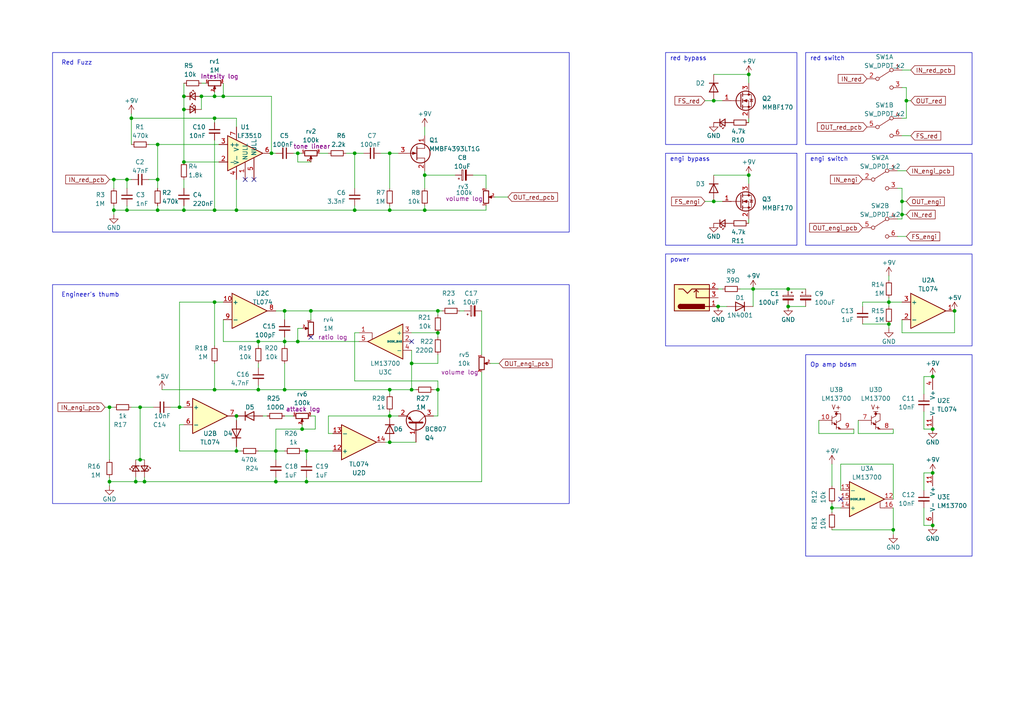
<source format=kicad_sch>
(kicad_sch (version 20230121) (generator eeschema)
  (paper "A4")
  (junction (at 52.07 118.11))
  (junction (at 74.93 113.03))
  (junction (at 113.03 113.03))
  (junction (at 31.75 118.11))
  (junction (at 38.1 34.29))
  (junction (at 217.17 50.8))
  (junction (at 119.38 113.03))
  (junction (at 127 96.52))
  (junction (at 261.62 58.42))
  (junction (at 127 90.17))
  (junction (at 270.51 109.22))
  (junction (at 33.02 52.07))
  (junction (at 113.03 44.45))
  (junction (at 68.58 120.65))
  (junction (at 90.17 90.17))
  (junction (at 62.23 27.94))
  (junction (at 127 113.03))
  (junction (at 45.72 41.91))
  (junction (at 62.23 87.63))
  (junction (at 261.62 62.23))
  (junction (at 62.23 34.29))
  (junction (at 218.44 83.82))
  (junction (at 276.86 90.17))
  (junction (at 123.19 60.96))
  (junction (at 113.03 60.96))
  (junction (at 41.91 139.7))
  (junction (at 53.34 60.96))
  (junction (at 33.02 60.96))
  (junction (at 80.01 139.7))
  (junction (at 241.3 147.32))
  (junction (at 74.93 99.06))
  (junction (at 82.55 99.06))
  (junction (at 62.23 60.96))
  (junction (at 270.51 137.16))
  (junction (at 53.34 31.75))
  (junction (at 102.87 60.96))
  (junction (at 86.36 99.06))
  (junction (at 119.38 105.41))
  (junction (at 39.37 139.7))
  (junction (at 53.34 46.99))
  (junction (at 40.64 118.11))
  (junction (at 207.01 29.21))
  (junction (at 123.19 50.8))
  (junction (at 113.03 128.27))
  (junction (at 208.28 88.9))
  (junction (at 36.83 52.07))
  (junction (at 36.83 60.96))
  (junction (at 228.6 88.9))
  (junction (at 207.01 58.42))
  (junction (at 62.23 113.03))
  (junction (at 45.72 60.96))
  (junction (at 64.77 27.94))
  (junction (at 68.58 130.81))
  (junction (at 270.51 124.46))
  (junction (at 87.63 124.46))
  (junction (at 259.08 153.67))
  (junction (at 40.64 133.35))
  (junction (at 257.81 87.63))
  (junction (at 53.34 27.94))
  (junction (at 228.6 83.82))
  (junction (at 88.9 139.7))
  (junction (at 113.03 120.65))
  (junction (at 68.58 60.96))
  (junction (at 88.9 130.81))
  (junction (at 102.87 44.45))
  (junction (at 217.17 21.59))
  (junction (at 86.36 44.45))
  (junction (at 80.01 130.81))
  (junction (at 78.74 44.45))
  (junction (at 45.72 52.07))
  (junction (at 257.81 93.98))
  (junction (at 82.55 113.03))
  (junction (at 270.51 152.4))
  (junction (at 31.75 139.7))
  (junction (at 82.55 90.17))
  (junction (at 262.89 29.21))
  (junction (at 58.42 27.94))
  (no_connect (at 90.17 97.79))
  (no_connect (at 73.66 52.07))
  (no_connect (at 71.12 52.07))
  (no_connect (at 243.84 144.78))
  (no_connect (at 119.38 99.06))
  (wire (pts (xy 233.68 88.9) (xy 228.6 88.9)))
  (wire (pts (xy 237.49 121.92) (xy 237.49 125.73)))
  (wire (pts (xy 31.75 118.11) (xy 31.75 133.35)))
  (wire (pts (xy 260.35 49.53) (xy 262.89 49.53)))
  (wire (pts (xy 33.02 52.07) (xy 33.02 54.61)))
  (wire (pts (xy 31.75 139.7) (xy 31.75 138.43)))
  (wire (pts (xy 78.74 44.45) (xy 80.01 44.45)))
  (wire (pts (xy 88.9 139.7) (xy 80.01 139.7)))
  (wire (pts (xy 127 90.17) (xy 90.17 90.17)))
  (wire (pts (xy 217.17 21.59) (xy 217.17 24.13)))
  (wire (pts (xy 82.55 90.17) (xy 80.01 90.17)))
  (wire (pts (xy 53.34 27.94) (xy 53.34 31.75)))
  (wire (pts (xy 74.93 105.41) (xy 74.93 106.68)))
  (wire (pts (xy 259.08 154.94) (xy 259.08 153.67)))
  (wire (pts (xy 53.34 24.13) (xy 53.34 27.94)))
  (wire (pts (xy 228.6 83.82) (xy 233.68 83.82)))
  (wire (pts (xy 74.93 111.76) (xy 74.93 113.03)))
  (wire (pts (xy 102.87 59.69) (xy 102.87 60.96)))
  (wire (pts (xy 119.38 113.03) (xy 120.65 113.03)))
  (wire (pts (xy 125.73 120.65) (xy 127 120.65)))
  (wire (pts (xy 95.25 125.73) (xy 96.52 125.73)))
  (wire (pts (xy 95.25 120.65) (xy 113.03 120.65)))
  (wire (pts (xy 241.3 146.05) (xy 241.3 147.32)))
  (wire (pts (xy 68.58 60.96) (xy 102.87 60.96)))
  (wire (pts (xy 53.34 60.96) (xy 53.34 59.69)))
  (wire (pts (xy 140.97 50.8) (xy 140.97 54.61)))
  (wire (pts (xy 241.3 147.32) (xy 241.3 148.59)))
  (wire (pts (xy 127 97.79) (xy 127 96.52)))
  (wire (pts (xy 123.19 50.8) (xy 123.19 54.61)))
  (wire (pts (xy 113.03 44.45) (xy 110.49 44.45)))
  (wire (pts (xy 91.44 120.65) (xy 91.44 124.46)))
  (wire (pts (xy 38.1 33.02) (xy 38.1 34.29)))
  (wire (pts (xy 127 120.65) (xy 127 113.03)))
  (wire (pts (xy 31.75 52.07) (xy 33.02 52.07)))
  (wire (pts (xy 92.71 44.45) (xy 95.25 44.45)))
  (wire (pts (xy 96.52 130.81) (xy 88.9 130.81)))
  (wire (pts (xy 62.23 34.29) (xy 38.1 34.29)))
  (wire (pts (xy 267.97 137.16) (xy 267.97 142.24)))
  (wire (pts (xy 87.63 124.46) (xy 80.01 124.46)))
  (wire (pts (xy 257.81 80.01) (xy 257.81 81.28)))
  (wire (pts (xy 123.19 60.96) (xy 140.97 60.96)))
  (wire (pts (xy 204.47 29.21) (xy 207.01 29.21)))
  (wire (pts (xy 207.01 58.42) (xy 209.55 58.42)))
  (wire (pts (xy 82.55 113.03) (xy 113.03 113.03)))
  (wire (pts (xy 41.91 139.7) (xy 80.01 139.7)))
  (wire (pts (xy 208.28 88.9) (xy 210.82 88.9)))
  (wire (pts (xy 33.02 60.96) (xy 33.02 62.23)))
  (wire (pts (xy 38.1 118.11) (xy 40.64 118.11)))
  (wire (pts (xy 102.87 96.52) (xy 102.87 110.49)))
  (wire (pts (xy 86.36 99.06) (xy 104.14 99.06)))
  (wire (pts (xy 49.53 118.11) (xy 52.07 118.11)))
  (wire (pts (xy 58.42 24.13) (xy 59.69 24.13)))
  (wire (pts (xy 257.81 87.63) (xy 257.81 88.9)))
  (wire (pts (xy 62.23 40.64) (xy 62.23 60.96)))
  (wire (pts (xy 102.87 44.45) (xy 102.87 54.61)))
  (wire (pts (xy 262.89 25.4) (xy 262.89 29.21)))
  (wire (pts (xy 113.03 60.96) (xy 113.03 59.69)))
  (wire (pts (xy 88.9 130.81) (xy 88.9 133.35)))
  (wire (pts (xy 43.18 41.91) (xy 45.72 41.91)))
  (wire (pts (xy 82.55 99.06) (xy 74.93 99.06)))
  (wire (pts (xy 218.44 83.82) (xy 218.44 88.9)))
  (wire (pts (xy 80.01 130.81) (xy 82.55 130.81)))
  (wire (pts (xy 62.23 35.56) (xy 62.23 34.29)))
  (wire (pts (xy 267.97 114.3) (xy 267.97 109.22)))
  (wire (pts (xy 241.3 134.62) (xy 241.3 140.97)))
  (wire (pts (xy 127 105.41) (xy 119.38 105.41)))
  (wire (pts (xy 262.89 68.58) (xy 260.35 68.58)))
  (wire (pts (xy 261.62 63.5) (xy 260.35 63.5)))
  (wire (pts (xy 68.58 121.92) (xy 68.58 120.65)))
  (wire (pts (xy 85.09 44.45) (xy 86.36 44.45)))
  (wire (pts (xy 62.23 60.96) (xy 68.58 60.96)))
  (wire (pts (xy 248.92 125.73) (xy 259.08 125.73)))
  (wire (pts (xy 39.37 133.35) (xy 40.64 133.35)))
  (wire (pts (xy 36.83 60.96) (xy 45.72 60.96)))
  (wire (pts (xy 64.77 99.06) (xy 64.77 92.71)))
  (wire (pts (xy 80.01 138.43) (xy 80.01 139.7)))
  (wire (pts (xy 262.89 62.23) (xy 261.62 62.23)))
  (wire (pts (xy 102.87 44.45) (xy 105.41 44.45)))
  (wire (pts (xy 260.35 54.61) (xy 261.62 54.61)))
  (wire (pts (xy 76.2 120.65) (xy 77.47 120.65)))
  (wire (pts (xy 250.19 87.63) (xy 250.19 88.9)))
  (wire (pts (xy 87.63 130.81) (xy 88.9 130.81)))
  (wire (pts (xy 123.19 49.53) (xy 123.19 50.8)))
  (wire (pts (xy 58.42 27.94) (xy 62.23 27.94)))
  (wire (pts (xy 80.01 133.35) (xy 80.01 130.81)))
  (wire (pts (xy 261.62 20.32) (xy 264.16 20.32)))
  (wire (pts (xy 31.75 118.11) (xy 33.02 118.11)))
  (wire (pts (xy 262.89 58.42) (xy 261.62 58.42)))
  (wire (pts (xy 144.78 105.41) (xy 142.24 105.41)))
  (wire (pts (xy 113.03 119.38) (xy 113.03 120.65)))
  (wire (pts (xy 247.65 125.73) (xy 247.65 124.46)))
  (wire (pts (xy 88.9 139.7) (xy 139.7 139.7)))
  (wire (pts (xy 100.33 44.45) (xy 102.87 44.45)))
  (wire (pts (xy 40.64 118.11) (xy 40.64 133.35)))
  (wire (pts (xy 88.9 138.43) (xy 88.9 139.7)))
  (wire (pts (xy 259.08 147.32) (xy 259.08 153.67)))
  (wire (pts (xy 36.83 59.69) (xy 36.83 60.96)))
  (wire (pts (xy 259.08 125.73) (xy 259.08 124.46)))
  (wire (pts (xy 82.55 90.17) (xy 90.17 90.17)))
  (wire (pts (xy 78.74 44.45) (xy 78.74 27.94)))
  (wire (pts (xy 119.38 105.41) (xy 119.38 113.03)))
  (wire (pts (xy 127 113.03) (xy 125.73 113.03)))
  (wire (pts (xy 248.92 121.92) (xy 248.92 125.73)))
  (wire (pts (xy 45.72 52.07) (xy 45.72 54.61)))
  (wire (pts (xy 68.58 36.83) (xy 68.58 34.29)))
  (wire (pts (xy 74.93 99.06) (xy 64.77 99.06)))
  (wire (pts (xy 209.55 83.82) (xy 208.28 83.82)))
  (wire (pts (xy 33.02 59.69) (xy 33.02 60.96)))
  (wire (pts (xy 68.58 52.07) (xy 68.58 60.96)))
  (wire (pts (xy 38.1 34.29) (xy 38.1 41.91)))
  (wire (pts (xy 111.76 128.27) (xy 113.03 128.27)))
  (wire (pts (xy 31.75 140.97) (xy 31.75 139.7)))
  (wire (pts (xy 261.62 25.4) (xy 262.89 25.4)))
  (wire (pts (xy 261.62 96.52) (xy 276.86 96.52)))
  (wire (pts (xy 52.07 87.63) (xy 62.23 87.63)))
  (wire (pts (xy 91.44 124.46) (xy 87.63 124.46)))
  (wire (pts (xy 62.23 87.63) (xy 62.23 100.33)))
  (wire (pts (xy 45.72 60.96) (xy 53.34 60.96)))
  (wire (pts (xy 82.55 99.06) (xy 82.55 100.33)))
  (wire (pts (xy 259.08 134.62) (xy 243.84 134.62)))
  (wire (pts (xy 68.58 129.54) (xy 68.58 130.81)))
  (wire (pts (xy 62.23 105.41) (xy 62.23 113.03)))
  (wire (pts (xy 214.63 83.82) (xy 218.44 83.82)))
  (wire (pts (xy 40.64 133.35) (xy 41.91 133.35)))
  (wire (pts (xy 82.55 105.41) (xy 82.55 113.03)))
  (wire (pts (xy 139.7 107.95) (xy 139.7 139.7)))
  (wire (pts (xy 33.02 60.96) (xy 36.83 60.96)))
  (wire (pts (xy 259.08 144.78) (xy 259.08 134.62)))
  (wire (pts (xy 261.62 62.23) (xy 261.62 63.5)))
  (wire (pts (xy 80.01 124.46) (xy 80.01 130.81)))
  (wire (pts (xy 243.84 134.62) (xy 243.84 142.24)))
  (wire (pts (xy 113.03 128.27) (xy 120.65 128.27)))
  (wire (pts (xy 53.34 46.99) (xy 63.5 46.99)))
  (wire (pts (xy 217.17 35.56) (xy 217.17 34.29)))
  (wire (pts (xy 207.01 21.59) (xy 217.17 21.59)))
  (wire (pts (xy 123.19 60.96) (xy 113.03 60.96)))
  (wire (pts (xy 39.37 138.43) (xy 39.37 139.7)))
  (wire (pts (xy 123.19 50.8) (xy 132.08 50.8)))
  (wire (pts (xy 113.03 120.65) (xy 115.57 120.65)))
  (wire (pts (xy 264.16 29.21) (xy 262.89 29.21)))
  (wire (pts (xy 267.97 124.46) (xy 270.51 124.46)))
  (wire (pts (xy 257.81 86.36) (xy 257.81 87.63)))
  (wire (pts (xy 74.93 99.06) (xy 74.93 100.33)))
  (wire (pts (xy 45.72 41.91) (xy 45.72 52.07)))
  (wire (pts (xy 74.93 113.03) (xy 82.55 113.03)))
  (wire (pts (xy 68.58 130.81) (xy 52.07 130.81)))
  (wire (pts (xy 241.3 153.67) (xy 259.08 153.67)))
  (wire (pts (xy 52.07 118.11) (xy 53.34 118.11)))
  (wire (pts (xy 113.03 54.61) (xy 113.03 44.45)))
  (wire (pts (xy 40.64 118.11) (xy 44.45 118.11)))
  (wire (pts (xy 113.03 113.03) (xy 119.38 113.03)))
  (wire (pts (xy 257.81 87.63) (xy 250.19 87.63)))
  (wire (pts (xy 241.3 147.32) (xy 243.84 147.32)))
  (wire (pts (xy 52.07 123.19) (xy 52.07 130.81)))
  (wire (pts (xy 119.38 101.6) (xy 119.38 105.41)))
  (wire (pts (xy 46.99 113.03) (xy 62.23 113.03)))
  (wire (pts (xy 139.7 90.17) (xy 139.7 102.87)))
  (wire (pts (xy 217.17 64.77) (xy 217.17 63.5)))
  (wire (pts (xy 53.34 52.07) (xy 53.34 54.61)))
  (wire (pts (xy 261.62 58.42) (xy 261.62 62.23)))
  (wire (pts (xy 64.77 27.94) (xy 64.77 24.13)))
  (wire (pts (xy 95.25 120.65) (xy 95.25 125.73)))
  (wire (pts (xy 207.01 50.8) (xy 217.17 50.8)))
  (wire (pts (xy 204.47 58.42) (xy 207.01 58.42)))
  (wire (pts (xy 87.63 123.19) (xy 87.63 124.46)))
  (wire (pts (xy 86.36 99.06) (xy 86.36 95.25)))
  (wire (pts (xy 36.83 52.07) (xy 33.02 52.07)))
  (wire (pts (xy 217.17 50.8) (xy 217.17 53.34)))
  (wire (pts (xy 62.23 87.63) (xy 64.77 87.63)))
  (wire (pts (xy 276.86 96.52) (xy 276.86 90.17)))
  (wire (pts (xy 52.07 123.19) (xy 53.34 123.19)))
  (wire (pts (xy 102.87 110.49) (xy 127 110.49)))
  (wire (pts (xy 113.03 113.03) (xy 113.03 114.3)))
  (wire (pts (xy 38.1 52.07) (xy 36.83 52.07)))
  (wire (pts (xy 261.62 54.61) (xy 261.62 58.42)))
  (wire (pts (xy 147.32 57.15) (xy 143.51 57.15)))
  (wire (pts (xy 267.97 152.4) (xy 270.51 152.4)))
  (wire (pts (xy 140.97 59.69) (xy 140.97 60.96)))
  (wire (pts (xy 127 91.44) (xy 127 90.17)))
  (wire (pts (xy 250.19 93.98) (xy 257.81 93.98)))
  (wire (pts (xy 218.44 83.82) (xy 228.6 83.82)))
  (wire (pts (xy 31.75 139.7) (xy 39.37 139.7)))
  (wire (pts (xy 53.34 31.75) (xy 53.34 46.99)))
  (wire (pts (xy 113.03 44.45) (xy 115.57 44.45)))
  (wire (pts (xy 45.72 59.69) (xy 45.72 60.96)))
  (wire (pts (xy 82.55 99.06) (xy 86.36 99.06)))
  (wire (pts (xy 127 102.87) (xy 127 105.41)))
  (wire (pts (xy 43.18 52.07) (xy 45.72 52.07)))
  (wire (pts (xy 68.58 34.29) (xy 62.23 34.29)))
  (wire (pts (xy 45.72 41.91) (xy 63.5 41.91)))
  (wire (pts (xy 62.23 26.67) (xy 62.23 27.94)))
  (wire (pts (xy 78.74 27.94) (xy 64.77 27.94)))
  (wire (pts (xy 82.55 97.79) (xy 82.55 99.06)))
  (wire (pts (xy 82.55 92.71) (xy 82.55 90.17)))
  (wire (pts (xy 90.17 92.71) (xy 90.17 90.17)))
  (wire (pts (xy 123.19 36.83) (xy 123.19 39.37)))
  (wire (pts (xy 257.81 93.98) (xy 257.81 95.25)))
  (wire (pts (xy 264.16 39.37) (xy 261.62 39.37)))
  (wire (pts (xy 270.51 137.16) (xy 267.97 137.16)))
  (wire (pts (xy 90.17 120.65) (xy 91.44 120.65)))
  (wire (pts (xy 237.49 125.73) (xy 247.65 125.73)))
  (wire (pts (xy 207.01 29.21) (xy 209.55 29.21)))
  (wire (pts (xy 86.36 44.45) (xy 87.63 44.45)))
  (wire (pts (xy 134.62 90.17) (xy 133.35 90.17)))
  (wire (pts (xy 62.23 27.94) (xy 64.77 27.94)))
  (wire (pts (xy 62.23 113.03) (xy 74.93 113.03)))
  (wire (pts (xy 31.75 118.11) (xy 30.48 118.11)))
  (wire (pts (xy 262.89 29.21) (xy 262.89 34.29)))
  (wire (pts (xy 267.97 109.22) (xy 270.51 109.22)))
  (wire (pts (xy 123.19 59.69) (xy 123.19 60.96)))
  (wire (pts (xy 102.87 60.96) (xy 113.03 60.96)))
  (wire (pts (xy 58.42 27.94) (xy 58.42 31.75)))
  (wire (pts (xy 87.63 95.25) (xy 86.36 95.25)))
  (wire (pts (xy 53.34 60.96) (xy 62.23 60.96)))
  (wire (pts (xy 41.91 138.43) (xy 41.91 139.7)))
  (wire (pts (xy 261.62 87.63) (xy 257.81 87.63)))
  (wire (pts (xy 127 96.52) (xy 119.38 96.52)))
  (wire (pts (xy 52.07 87.63) (xy 52.07 118.11)))
  (wire (pts (xy 104.14 96.52) (xy 102.87 96.52)))
  (wire (pts (xy 39.37 139.7) (xy 41.91 139.7)))
  (wire (pts (xy 69.85 130.81) (xy 68.58 130.81)))
  (wire (pts (xy 74.93 130.81) (xy 80.01 130.81)))
  (wire (pts (xy 82.55 120.65) (xy 85.09 120.65)))
  (wire (pts (xy 137.16 50.8) (xy 140.97 50.8)))
  (wire (pts (xy 90.17 46.99) (xy 86.36 46.99)))
  (wire (pts (xy 128.27 90.17) (xy 127 90.17)))
  (wire (pts (xy 86.36 46.99) (xy 86.36 44.45)))
  (wire (pts (xy 267.97 119.38) (xy 267.97 124.46)))
  (wire (pts (xy 267.97 147.32) (xy 267.97 152.4)))
  (wire (pts (xy 261.62 92.71) (xy 261.62 96.52)))
  (wire (pts (xy 262.89 34.29) (xy 261.62 34.29)))
  (wire (pts (xy 36.83 52.07) (xy 36.83 54.61)))
  (wire (pts (xy 127 110.49) (xy 127 113.03)))
  (rectangle (start 233.68 102.87) (end 281.94 161.29))
  (rectangle (start 193.04 15.24) (end 231.14 41.91))
  (rectangle (start 233.68 15.24) (end 281.94 41.91))
  (rectangle (start 193.04 44.45) (end 231.14 71.12))
  (rectangle (start 193.04 73.66) (end 281.94 100.33))
  (rectangle (start 15.24 82.55) (end 165.1 146.05))
  (rectangle (start 15.24 15.24) (end 165.1 67.31))
  (rectangle (start 233.68 44.45) (end 281.94 71.12))
  (text "red bypass\n" (at 194.31 17.78 0) (effects (font (size 1.27 1.27)) (justify left bottom)))
  (text "Op amp bdsm" (at 234.95 106.68 0) (effects (font (size 1.27 1.27)) (justify left bottom)))
  (text "engi switch" (at 234.95 46.99 0) (effects (font (size 1.27 1.27)) (justify left bottom)))
  (text "Red Fuzz" (at 17.78 19.05 0) (effects (font (size 1.27 1.27)) (justify left bottom)))
  (text "power" (at 194.31 76.2 0) (effects (font (size 1.27 1.27)) (justify left bottom)))
  (text "Engineer's thumb" (at 17.78 86.36 0) (effects (font (size 1.27 1.27)) (justify left bottom)))
  (text "engi bypass\n" (at 194.31 46.99 0) (effects (font (size 1.27 1.27)) (justify left bottom)))
  (text "red switch" (at 234.95 17.78 0) (effects (font (size 1.27 1.27)) (justify left bottom)))
  (global_label "OUT_red_pcb" (shape input) (at 251.46 36.83 180) (property "Intersheetrefs" "${INTERSHEET_REFS}" (effects hide)))
  (global_label "IN_engi_pcb" (shape input) (at 262.89 49.53 0) (property "Intersheetrefs" "${INTERSHEET_REFS}" (effects hide)))
  (global_label "FS_engi" (shape input) (at 204.47 58.42 180) (property "Intersheetrefs" "${INTERSHEET_REFS}" (effects hide)))
  (global_label "FS_red" (shape input) (at 204.47 29.21 180) (property "Intersheetrefs" "${INTERSHEET_REFS}" (effects hide)))
  (global_label "OUT_red_pcb" (shape input) (at 147.32 57.15 0) (property "Intersheetrefs" "${INTERSHEET_REFS}" (effects hide)))
  (global_label "OUT_engi_pcb" (shape input) (at 144.78 105.41 0) (property "Intersheetrefs" "${INTERSHEET_REFS}" (effects hide)))
  (global_label "IN_red_pcb" (shape input) (at 31.75 52.07 180) (property "Intersheetrefs" "${INTERSHEET_REFS}" (effects hide)))
  (global_label "OUT_red" (shape input) (at 264.16 29.21 0) (property "Intersheetrefs" "${INTERSHEET_REFS}" (effects hide)))
  (global_label "IN_engi_pcb" (shape input) (at 30.48 118.11 180) (property "Intersheetrefs" "${INTERSHEET_REFS}" (effects hide)))
  (global_label "IN_red_pcb" (shape input) (at 264.16 20.32 0) (property "Intersheetrefs" "${INTERSHEET_REFS}" (effects hide)))
  (global_label "OUT_engi_pcb" (shape input) (at 250.19 66.04 180) (property "Intersheetrefs" "${INTERSHEET_REFS}" (effects hide)))
  (global_label "IN_engi" (shape input) (at 250.19 52.07 180) (property "Intersheetrefs" "${INTERSHEET_REFS}" (effects hide)))
  (global_label "IN_red" (shape input) (at 262.89 62.23 0) (property "Intersheetrefs" "${INTERSHEET_REFS}" (effects hide)))
  (global_label "FS_engi" (shape input) (at 262.89 68.58 0) (property "Intersheetrefs" "${INTERSHEET_REFS}" (effects hide)))
  (global_label "OUT_engi" (shape input) (at 262.89 58.42 0) (property "Intersheetrefs" "${INTERSHEET_REFS}" (effects hide)))
  (global_label "IN_red" (shape input) (at 251.46 22.86 180) (property "Intersheetrefs" "${INTERSHEET_REFS}" (effects hide)))
  (global_label "FS_red" (shape input) (at 264.16 39.37 0) (property "Intersheetrefs" "${INTERSHEET_REFS}" (effects hide)))
  (symbol (lib_id "Device:C_Small") (at 62.23 38.1 0) (mirror y) (unit 1)
    (property "Reference" "C10" (at 59.69 36.83 0) (effects (justify left)))
    (property "Value" "10nF" (at 59.69 39.37 0) (effects (justify left)))
    (property "Footprint" "Capacitor_SMD:C_0805_2012Metric_Pad1.18x1.45mm_HandSolder" (effects hide))
  )
  (symbol (lib_id "power:GND") (at 33.02 62.23 0) (unit 1)
    (property "Reference" "#PWR02" (effects hide))
    (property "Value" "GND" (at 33.02 66.04 0))
  )
  (symbol (lib_id "Transistor_BJT:BC807") (at 120.65 123.19 270) (mirror x) (unit 1)
    (property "Reference" "Q4" (at 123.19 127 90) (effects (justify left)))
    (property "Value" "BC807" (at 123.19 124.46 90) (effects (justify left)))
    (property "Footprint" "Package_TO_SOT_SMD:SOT-23" (effects hide))
    (property "Datasheet" "https://www.onsemi.com/pub/Collateral/BC808-D.pdf" (effects hide))
  )
  (symbol (lib_id "power:+9V") (at 217.17 21.59 0) (unit 1)
    (property "Reference" "#PWR04" (effects hide))
    (property "Value" "+9V" (at 217.17 17.78 0))
  )
  (symbol (lib_id "power:GND") (at 207.01 64.77 0) (unit 1)
    (property "Reference" "#PWR09" (effects hide))
    (property "Value" "GND" (at 207.01 68.58 0))
  )
  (symbol (lib_id "Device:R_Small") (at 72.39 130.81 270) (mirror x) (unit 1)
    (property "Reference" "R24" (at 71.12 135.89 90) (effects (justify left)))
    (property "Value" "470k" (at 69.85 133.35 90) (effects (justify left)))
    (property "Footprint" "Resistor_SMD:R_0805_2012Metric_Pad1.20x1.40mm_HandSolder" (effects hide))
  )
  (symbol (lib_id "Diode:1N4148W") (at 207.01 25.4 90) (mirror x) (unit 1)
    (property "Reference" "D2" (at 204.47 24.13 90) (effects (justify left)))
    (property "Value" "1N4148W" (effects hide))
    (property "Footprint" "Diode_SMD:D_SOD-123" (effects hide))
    (property "Datasheet" "https://www.vishay.com/docs/85748/1n4148w.pdf" (effects hide))
    (property "Sim.Device" "D" (effects hide))
    (property "Sim.Pins" "1=K 2=A" (effects hide))
  )
  (symbol (lib_id "Device:R_Small") (at 212.09 83.82 90) (mirror x) (unit 1)
    (property "Reference" "R9" (at 213.36 78.74 90) (effects (justify left)))
    (property "Value" "39Ω" (at 214.63 81.28 90) (effects (justify left)))
    (property "Footprint" "Resistor_SMD:R_1206_3216Metric_Pad1.30x1.75mm_HandSolder" (effects hide))
  )
  (symbol (lib_id "Switch:SW_DPDT_x2") (at 256.54 22.86 0) (unit 1)
    (property "Reference" "SW1" (at 256.54 16.51 0))
    (property "Value" "SW_DPDT_x2" (at 256.54 19.05 0))
  )
  (symbol (lib_id "Device:R_Small") (at 62.23 102.87 180) (unit 1)
    (property "Reference" "R18" (at 60.325 100.965 0) (effects (justify left)))
    (property "Value" "1M" (at 60.325 103.505 0) (effects (justify left)))
    (property "Footprint" "Resistor_SMD:R_0805_2012Metric_Pad1.20x1.40mm_HandSolder" (effects hide))
  )
  (symbol (lib_id "Diode:1N4148W") (at 113.03 124.46 90) (mirror x) (unit 1)
    (property "Reference" "D6" (at 116.84 124.46 90) (effects (justify left)))
    (property "Value" "1N4148W" (effects hide))
    (property "Footprint" "Diode_SMD:D_SOD-123" (effects hide))
    (property "Datasheet" "https://www.vishay.com/docs/85748/1n4148w.pdf" (effects hide))
    (property "Sim.Device" "D" (effects hide))
    (property "Sim.Pins" "1=K 2=A" (effects hide))
  )
  (symbol (lib_id "Device:C_Polarized_Small") (at 233.68 86.36 0) (unit 1)
    (property "Reference" "C9" (at 236.22 85.1789 0) (effects (justify left)))
    (property "Value" "100uF" (at 236.22 87.7189 0) (effects (justify left)))
    (property "Footprint" "Capacitor_SMD:CP_Elec_6.3x5.4" (effects hide))
  )
  (symbol (lib_id "Device:LED_Small") (at 39.37 135.89 90) (mirror x) (unit 1)
    (property "Reference" "LED5" (effects hide))
    (property "Value" "LED_Small" (effects hide))
    (property "Footprint" "LED_SMD:LED_1206_3216Metric_Pad1.42x1.75mm_HandSolder" (effects hide))
    (property "Datasheet" "C2827254" (effects hide))
  )
  (symbol (lib_id "power:GND") (at 259.08 154.94 0) (unit 1)
    (property "Reference" "#PWR015" (effects hide))
    (property "Value" "GND" (at 259.08 158.75 0))
  )
  (symbol (lib_id "power:GND") (at 257.81 95.25 0) (unit 1)
    (property "Reference" "#PWR019" (effects hide))
    (property "Value" "GND" (at 257.81 99.06 0))
  )
  (symbol (lib_id "Device:C_Small") (at 53.34 57.15 0) (unit 1)
    (property "Reference" "C4" (at 55.88 56.5213 0) (effects (justify left)))
    (property "Value" "220nF" (at 55.88 59.0613 0) (effects (justify left)))
    (property "Footprint" "Capacitor_SMD:C_0805_2012Metric_Pad1.18x1.45mm_HandSolder" (effects hide))
  )
  (symbol (lib_id "Diode:1N4148W") (at 207.01 54.61 90) (mirror x) (unit 1)
    (property "Reference" "D3" (at 204.47 53.34 90) (effects (justify left)))
    (property "Value" "1N4148W" (effects hide))
    (property "Footprint" "Diode_SMD:D_SOD-123" (effects hide))
    (property "Datasheet" "https://www.vishay.com/docs/85748/1n4148w.pdf" (effects hide))
    (property "Sim.Device" "D" (effects hide))
    (property "Sim.Pins" "1=K 2=A" (effects hide))
  )
  (symbol (lib_id "Amplifier_Operational:LM13700") (at 256.54 121.92 0) (unit 4)
    (property "Reference" "U3" (at 254 113.03 0))
    (property "Value" "LM13700" (at 254 115.57 0))
    (property "Footprint" "Package_SO:SOP-16_3.9x9.9mm_P1.27mm" (effects hide))
    (property "Datasheet" "http://www.ti.com/lit/ds/symlink/lm13700.pdf" (effects hide))
  )
  (symbol (lib_id "Device:C_Small") (at 82.55 44.45 270) (unit 1)
    (property "Reference" "C5" (at 83.82 39.37 90) (effects (justify right)))
    (property "Value" "100nF" (at 85.09 41.91 90) (effects (justify right)))
    (property "Footprint" "Capacitor_SMD:C_0805_2012Metric_Pad1.18x1.45mm_HandSolder" (effects hide))
  )
  (symbol (lib_id "power:+9V") (at 241.3 134.62 0) (unit 1)
    (property "Reference" "#PWR016" (effects hide))
    (property "Value" "+9V" (at 241.3 130.81 0))
  )
  (symbol (lib_id "Amplifier_Operational:TL074") (at 60.96 120.65 0) (unit 2)
    (property "Reference" "U2" (at 60.96 125.73 0))
    (property "Value" "TL074" (at 60.96 128.27 0))
    (property "Footprint" "Package_SO:SO-14_3.9x8.65mm_P1.27mm" (effects hide))
    (property "Datasheet" "http://www.ti.com/lit/ds/symlink/tl071.pdf" (effects hide))
  )
  (symbol (lib_id "power:GND") (at 208.28 88.9 0) (unit 1)
    (property "Reference" "#PWR05" (effects hide))
    (property "Value" "GND" (at 208.28 92.71 0))
  )
  (symbol (lib_id "Device:R_Small") (at 35.56 118.11 90) (unit 1)
    (property "Reference" "R17" (at 36.83 123.19 90) (effects (justify left)))
    (property "Value" "1k" (at 36.83 120.65 90) (effects (justify left)))
    (property "Footprint" "Resistor_SMD:R_0805_2012Metric_Pad1.20x1.40mm_HandSolder" (effects hide))
  )
  (symbol (lib_id "Device:R_Small") (at 80.01 120.65 90) (mirror x) (unit 1)
    (property "Reference" "R25" (at 81.28 115.57 90) (effects (justify left)))
    (property "Value" "100Ω" (at 82.55 118.11 90) (effects (justify left)))
    (property "Footprint" "Resistor_SMD:R_1206_3216Metric_Pad1.30x1.75mm_HandSolder" (effects hide))
  )
  (symbol (lib_id "Diode:1N4148W") (at 68.58 125.73 270) (mirror x) (unit 1)
    (property "Reference" "D4" (at 64.77 125.73 90) (effects (justify left)))
    (property "Value" "1N4148W" (effects hide))
    (property "Footprint" "Diode_SMD:D_SOD-123" (effects hide))
    (property "Datasheet" "https://www.vishay.com/docs/85748/1n4148w.pdf" (effects hide))
    (property "Sim.Device" "D" (effects hide))
    (property "Sim.Pins" "1=K 2=A" (effects hide))
  )
  (symbol (lib_id "Connector:Barrel_Jack_Switch") (at 200.66 86.36 0) (mirror x) (unit 1)
    (property "Reference" "J1" (effects hide))
    (property "Value" "Barrel_Jack_Switch" (effects hide))
    (property "Footprint" "Connector_BarrelJack:BarrelJack_Horizontal" (effects hide))
  )
  (symbol (lib_id "Device:R_Small") (at 74.93 102.87 180) (unit 1)
    (property "Reference" "R19" (at 73.025 100.965 0) (effects (justify left)))
    (property "Value" "10k" (at 73.025 103.505 0) (effects (justify left)))
    (property "Footprint" "Resistor_SMD:R_0805_2012Metric_Pad1.20x1.40mm_HandSolder" (effects hide))
  )
  (symbol (lib_id "Device:C_Polarized_Small") (at 134.62 50.8 90) (unit 1)
    (property "Reference" "C8" (at 134.0739 45.72 90))
    (property "Value" "10uF" (at 134.0739 48.26 90))
    (property "Footprint" "Capacitor_SMD:CP_Elec_4x5.4" (effects hide))
  )
  (symbol (lib_id "Device:C_Small") (at 267.97 144.78 0) (mirror y) (unit 1)
    (property "Reference" "C12" (at 265.43 143.51 0) (effects (justify left)))
    (property "Value" "10nF" (at 265.43 146.05 0) (effects (justify left)))
    (property "Footprint" "Capacitor_SMD:C_0805_2012Metric_Pad1.18x1.45mm_HandSolder" (effects hide))
  )
  (symbol (lib_id "Device:R_Potentiometer_Small") (at 62.23 24.13 90) (mirror x) (unit 1)
    (property "Reference" "rv1" (at 62.23 17.78 90))
    (property "Value" "1M" (at 62.23 20.32 90))
    (property "Kenttä4" "Intesity log" (at 63.6855 22.1357 90))
  )
  (symbol (lib_id "power:+9V") (at 270.51 109.22 0) (unit 1)
    (property "Reference" "#PWR013" (effects hide))
    (property "Value" "+9V" (at 270.51 105.41 0))
  )
  (symbol (lib_id "Amplifier_Operational:TL074") (at 273.05 116.84 0) (unit 5)
    (property "Reference" "U2" (at 271.78 116.205 0) (effects (justify left)))
    (property "Value" "TL074" (at 271.78 118.745 0) (effects (justify left)))
    (property "Footprint" "Package_SO:SO-14_3.9x8.65mm_P1.27mm" (effects hide))
    (property "Datasheet" "http://www.ti.com/lit/ds/symlink/tl071.pdf" (effects hide))
  )
  (symbol (lib_id "Device:R_Small") (at 82.55 102.87 180) (unit 1)
    (property "Reference" "R20" (at 80.645 100.965 0) (effects (justify left)))
    (property "Value" "10k" (at 80.645 103.505 0) (effects (justify left)))
    (property "Footprint" "Resistor_SMD:R_0805_2012Metric_Pad1.20x1.40mm_HandSolder" (effects hide))
  )
  (symbol (lib_id "power:+9V") (at 218.44 83.82 0) (unit 1)
    (property "Reference" "#PWR06" (effects hide))
    (property "Value" "+9V" (at 218.44 80.01 0))
  )
  (symbol (lib_id "Device:R_Potentiometer_Small") (at 140.97 57.15 0) (mirror x) (unit 1)
    (property "Reference" "rv3" (at 134.3534 54.1297 0))
    (property "Value" "100k" (at 134.62 55.88 0))
    (property "Kenttä4" "volume log" (at 134.6359 57.6197 0))
  )
  (symbol (lib_id "power:GND") (at 31.75 140.97 0) (unit 1)
    (property "Reference" "#PWR021" (effects hide))
    (property "Value" "GND" (at 31.75 144.78 0))
  )
  (symbol (lib_id "Amplifier_Operational:LF351D") (at 71.12 44.45 0) (unit 1)
    (property "Reference" "U1" (at 71.12 36.83 0))
    (property "Value" "LF351D" (at 72.39 39.37 0))
    (property "Footprint" "Package_SO:SO-8_3.9x4.9mm_P1.27mm" (effects hide))
    (property "Datasheet" "https://www.st.com/resource/en/datasheet/lf351.pdf" (effects hide))
  )
  (symbol (lib_id "Device:R_Small") (at 257.81 91.44 0) (mirror y) (unit 1)
    (property "Reference" "R15" (at 256.54 90.17 0) (effects (justify left)))
    (property "Value" "1M" (at 256.54 92.71 0) (effects (justify left)))
    (property "Footprint" "Resistor_SMD:R_0805_2012Metric_Pad1.20x1.40mm_HandSolder" (effects hide))
  )
  (symbol (lib_id "Amplifier_Operational:LM13700") (at 111.76 99.06 180) (unit 3)
    (property "Reference" "U3" (at 111.76 107.95 0))
    (property "Value" "LM13700" (at 111.76 105.41 0))
    (property "Footprint" "Package_SO:SOP-16_3.9x9.9mm_P1.27mm" (effects hide))
    (property "Datasheet" "http://www.ti.com/lit/ds/symlink/lm13700.pdf" (effects hide))
  )
  (symbol (lib_id "Device:R_Small") (at 123.19 113.03 90) (unit 1)
    (property "Reference" "R27" (at 120.65 115.57 90) (effects (justify right)))
    (property "Value" "1M" (at 120.65 118.11 90) (effects (justify right)))
    (property "Footprint" "Resistor_SMD:R_0805_2012Metric_Pad1.20x1.40mm_HandSolder" (effects hide))
  )
  (symbol (lib_id "Transistor_FET:MMBFJ113") (at 120.65 44.45 0) (unit 1)
    (property "Reference" "Q1" (at 124.46 40.64 0) (effects (justify left)))
    (property "Value" "MMBF4393LT1G" (at 124.46 43.18 0) (effects (justify left)))
    (property "Footprint" "Package_TO_SOT_SMD:SOT-23" (effects hide))
    (property "Datasheet" "https://www.onsemi.com/pub/Collateral/MMBFJ113-D.PDF" (effects hide))
    (property "LCSC #" "C152291" (effects hide))
  )
  (symbol (lib_id "Device:LED_Small") (at 55.88 27.94 0) (unit 1)
    (property "Reference" "LED1" (effects hide))
    (property "Value" "LED_Small" (effects hide))
    (property "Footprint" "LED_SMD:LED_1206_3216Metric_Pad1.42x1.75mm_HandSolder" (effects hide))
    (property "Datasheet" "C2827254" (effects hide))
  )
  (symbol (lib_id "Device:C_Small") (at 36.83 57.15 0) (unit 1)
    (property "Reference" "C3" (at 39.37 56.5213 0) (effects (justify left)))
    (property "Value" "1nF" (at 39.37 59.0613 0) (effects (justify left)))
    (property "Footprint" "Capacitor_SMD:C_0805_2012Metric_Pad1.18x1.45mm_HandSolder" (effects hide))
  )
  (symbol (lib_id "Device:C_Small") (at 88.9 135.89 0) (unit 1)
    (property "Reference" "C19" (at 91.44 135.2613 0) (effects (justify left)))
    (property "Value" "1uF" (at 91.44 137.8013 0) (effects (justify left)))
    (property "Footprint" "Capacitor_SMD:C_0805_2012Metric_Pad1.18x1.45mm_HandSolder" (effects hide))
  )
  (symbol (lib_id "Device:R_Small") (at 55.88 24.13 270) (mirror x) (unit 1)
    (property "Reference" "R5" (at 53.34 19.05 90) (effects (justify left)))
    (property "Value" "10k" (at 53.34 21.59 90) (effects (justify left)))
    (property "Footprint" "Resistor_SMD:R_0805_2012Metric_Pad1.20x1.40mm_HandSolder" (effects hide))
  )
  (symbol (lib_id "Device:R_Small") (at 97.79 44.45 90) (unit 1)
    (property "Reference" "R6" (at 100.33 39.37 90) (effects (justify left)))
    (property "Value" "2.2k" (at 100.33 41.91 90) (effects (justify left)))
    (property "Footprint" "Resistor_SMD:R_0805_2012Metric_Pad1.20x1.40mm_HandSolder" (effects hide))
  )
  (symbol (lib_id "Device:LED_Small") (at 209.55 35.56 0) (mirror x) (unit 1)
    (property "Reference" "LED3" (effects hide))
    (property "Value" "LED_Small" (effects hide))
  )
  (symbol (lib_id "Device:C_Polarized_Small") (at 228.6 86.36 0) (mirror y) (unit 1)
    (property "Reference" "C1" (at 226.06 85.1789 0) (effects (justify left)))
    (property "Value" "100uF" (at 226.06 87.7189 0) (effects (justify left)))
    (property "Footprint" "Capacitor_SMD:CP_Elec_6.3x5.4" (effects hide))
  )
  (symbol (lib_id "power:+5V") (at 46.99 113.03 0) (unit 1)
    (property "Reference" "#PWR020" (effects hide))
    (property "Value" "+4.5V" (at 46.99 109.22 0))
  )
  (symbol (lib_id "power:GND") (at 207.01 35.56 0) (unit 1)
    (property "Reference" "#PWR08" (effects hide))
    (property "Value" "GND" (at 207.01 39.37 0))
  )
  (symbol (lib_id "power:GND") (at 228.6 88.9 0) (unit 1)
    (property "Reference" "#PWR07" (effects hide))
    (property "Value" "GND" (at 228.6 92.71 0))
  )
  (symbol (lib_id "power:+9V") (at 123.19 36.83 0) (unit 1)
    (property "Reference" "#PWR03" (effects hide))
    (property "Value" "+9V" (at 123.19 33.02 0))
  )
  (symbol (lib_id "Device:R_Small") (at 241.3 143.51 0) (mirror y) (unit 1)
    (property "Reference" "R12" (at 236.22 146.05 90) (effects (justify left)))
    (property "Value" "10k" (at 238.76 146.05 90) (effects (justify left)))
    (property "Footprint" "Resistor_SMD:R_0805_2012Metric_Pad1.20x1.40mm_HandSolder" (effects hide))
  )
  (symbol (lib_id "Amplifier_Operational:LM13700") (at 251.46 144.78 0) (unit 1)
    (property "Reference" "U3" (at 251.46 135.89 0))
    (property "Value" "LM13700" (at 251.46 138.43 0))
    (property "Footprint" "Package_SO:SOP-16_3.9x9.9mm_P1.27mm" (effects hide))
    (property "Datasheet" "http://www.ti.com/lit/ds/symlink/lm13700.pdf" (effects hide))
  )
  (symbol (lib_id "Device:C_Small") (at 82.55 95.25 0) (mirror y) (unit 1)
    (property "Reference" "C15" (at 80.01 94.6213 0) (effects (justify left)))
    (property "Value" "100pF" (at 80.01 97.1613 0) (effects (justify left)))
    (property "Footprint" "Capacitor_SMD:C_0805_2012Metric_Pad1.18x1.45mm_HandSolder" (effects hide))
  )
  (symbol (lib_id "Device:C_Small") (at 80.01 135.89 0) (unit 1)
    (property "Reference" "C18" (at 82.55 135.2613 0) (effects (justify left)))
    (property "Value" "1uF" (at 82.55 137.8013 0) (effects (justify left)))
    (property "Footprint" "Capacitor_SMD:C_0805_2012Metric_Pad1.18x1.45mm_HandSolder" (effects hide))
  )
  (symbol (lib_id "Device:R_Small") (at 53.34 49.53 0) (unit 1)
    (property "Reference" "R4" (at 54.61 48.26 0) (effects (justify left)))
    (property "Value" "1.8k" (at 54.61 50.8 0) (effects (justify left)))
    (property "Footprint" "Resistor_SMD:R_0805_2012Metric_Pad1.20x1.40mm_HandSolder" (effects hide))
  )
  (symbol (lib_id "Diode:1N4148W") (at 72.39 120.65 0) (mirror x) (unit 1)
    (property "Reference" "D5" (at 71.12 118.11 0) (effects (justify left)))
    (property "Value" "1N4148W" (effects hide))
    (property "Footprint" "Diode_SMD:D_SOD-123" (effects hide))
    (property "Datasheet" "https://www.vishay.com/docs/85748/1n4148w.pdf" (effects hide))
    (property "Sim.Device" "D" (effects hide))
    (property "Sim.Pins" "1=K 2=A" (effects hide))
  )
  (symbol (lib_id "Device:R_Potentiometer_Small") (at 87.63 120.65 90) (mirror x) (unit 1)
    (property "Reference" "rv6" (at 87.63 114.3 90))
    (property "Value" "100k" (at 87.63 116.84 90))
    (property "Kenttä4" "attack log" (at 87.9091 118.6504 90))
  )
  (symbol (lib_id "Device:R_Small") (at 241.3 151.13 0) (mirror y) (unit 1)
    (property "Reference" "R13" (at 236.22 153.67 90) (effects (justify left)))
    (property "Value" "10k" (at 238.76 153.67 90) (effects (justify left)))
    (property "Footprint" "Resistor_SMD:R_0805_2012Metric_Pad1.20x1.40mm_HandSolder" (effects hide))
  )
  (symbol (lib_id "Device:C_Small") (at 250.19 91.44 0) (mirror x) (unit 1)
    (property "Reference" "C13" (at 247.65 90.17 0) (effects (justify right)))
    (property "Value" "1uF" (at 247.65 92.71 0) (effects (justify right)))
    (property "Footprint" "Capacitor_SMD:C_0805_2012Metric_Pad1.18x1.45mm_HandSolder" (effects hide))
  )
  (symbol (lib_id "Device:R_Small") (at 127 93.98 180) (unit 1)
    (property "Reference" "R21" (at 125.095 92.075 0) (effects (justify left)))
    (property "Value" "10k" (at 125.095 94.615 0) (effects (justify left)))
    (property "Footprint" "Resistor_SMD:R_0805_2012Metric_Pad1.20x1.40mm_HandSolder" (effects hide))
  )
  (symbol (lib_id "power:+9V") (at 217.17 50.8 0) (unit 1)
    (property "Reference" "#PWR010" (effects hide))
    (property "Value" "+9V" (at 217.17 46.99 0))
  )
  (symbol (lib_id "Device:R_Potentiometer_Small") (at 90.17 95.25 0) (mirror y) (unit 1)
    (property "Reference" "rv4" (at 95.25 92.71 0))
    (property "Value" "1M" (at 95.25 95.25 0))
    (property "Kenttä4" "ratio log" (at 96.52 97.79 0))
  )
  (symbol (lib_id "Device:R_Small") (at 257.81 83.82 0) (mirror y) (unit 1)
    (property "Reference" "R14" (at 256.54 82.55 0) (effects (justify left)))
    (property "Value" "1M" (at 256.54 85.09 0) (effects (justify left)))
    (property "Footprint" "Resistor_SMD:R_0805_2012Metric_Pad1.20x1.40mm_HandSolder" (effects hide))
  )
  (symbol (lib_id "power:+5V") (at 276.86 90.17 0) (unit 1)
    (property "Reference" "#PWR017" (effects hide))
    (property "Value" "+4.5V" (at 276.86 86.36 0))
  )
  (symbol (lib_id "power:GND") (at 270.51 152.4 0) (unit 1)
    (property "Reference" "#PWR012" (effects hide))
    (property "Value" "GND" (at 270.51 156.21 0))
  )
  (symbol (lib_id "Amplifier_Operational:TL074") (at 269.24 90.17 0) (unit 1)
    (property "Reference" "U2" (at 269.24 81.28 0))
    (property "Value" "TL074" (at 269.24 83.82 0))
    (property "Footprint" "Package_SO:SO-14_3.9x8.65mm_P1.27mm" (effects hide))
    (property "Datasheet" "http://www.ti.com/lit/ds/symlink/tl071.pdf" (effects hide))
  )
  (symbol (lib_id "Amplifier_Operational:LM13700") (at 245.11 121.92 0) (unit 2)
    (property "Reference" "U3" (at 242.57 113.03 0))
    (property "Value" "LM13700" (at 242.57 115.57 0))
    (property "Footprint" "Package_SO:SOP-16_3.9x9.9mm_P1.27mm" (effects hide))
    (property "Datasheet" "http://www.ti.com/lit/ds/symlink/lm13700.pdf" (effects hide))
  )
  (symbol (lib_id "Device:R_Small") (at 113.03 116.84 0) (unit 1)
    (property "Reference" "R28" (at 111.76 115.57 0) (effects (justify right)))
    (property "Value" "1k" (at 111.76 118.11 0) (effects (justify right)))
    (property "Footprint" "Resistor_SMD:R_0805_2012Metric_Pad1.20x1.40mm_HandSolder" (effects hide))
  )
  (symbol (lib_id "Amplifier_Operational:TL074") (at 72.39 90.17 0) (unit 3)
    (property "Reference" "U2" (at 76.2 85.09 0))
    (property "Value" "TL074" (at 76.2 87.63 0))
    (property "Footprint" "Package_SO:SO-14_3.9x8.65mm_P1.27mm" (effects hide))
    (property "Datasheet" "http://www.ti.com/lit/ds/symlink/tl071.pdf" (effects hide))
  )
  (symbol (lib_id "power:+9V") (at 257.81 80.01 0) (unit 1)
    (property "Reference" "#PWR018" (effects hide))
    (property "Value" "+9V" (at 257.81 76.2 0))
  )
  (symbol (lib_id "Device:C_Polarized_Small") (at 137.16 90.17 90) (unit 1)
    (property "Reference" "C17" (at 136.6139 85.09 90))
    (property "Value" "10uF" (at 136.6139 87.63 90))
    (property "Footprint" "Capacitor_SMD:CP_Elec_4x5.4" (effects hide))
  )
  (symbol (lib_id "power:+9V") (at 38.1 33.02 0) (unit 1)
    (property "Reference" "#PWR01" (effects hide))
    (property "Value" "+9V" (at 38.1 29.21 0))
  )
  (symbol (lib_id "Device:LED_Small") (at 209.55 64.77 0) (mirror x) (unit 1)
    (property "Reference" "LED4" (effects hide))
    (property "Value" "LED_Small" (effects hide))
  )
  (symbol (lib_id "Device:C_Small") (at 102.87 57.15 0) (mirror y) (unit 1)
    (property "Reference" "C6" (at 100.33 55.88 0) (effects (justify left)))
    (property "Value" "3.3nF" (at 100.33 58.42 0) (effects (justify left)))
    (property "Footprint" "Capacitor_SMD:C_0805_2012Metric_Pad1.18x1.45mm_HandSolder" (effects hide))
  )
  (symbol (lib_id "Device:R_Small") (at 130.81 90.17 90) (mirror x) (unit 1)
    (property "Reference" "R23" (at 132.08 85.09 90) (effects (justify left)))
    (property "Value" "1k" (at 132.08 87.63 90) (effects (justify left)))
    (property "Footprint" "Resistor_SMD:R_0805_2012Metric_Pad1.20x1.40mm_HandSolder" (effects hide))
  )
  (symbol (lib_id "Device:R_Potentiometer_Small") (at 90.17 44.45 90) (mirror x) (unit 1)
    (property "Reference" "rv2" (at 90.17 38.1 90))
    (property "Value" "100k" (at 90.17 40.64 90))
    (property "Kenttä4" "tone linear" (at 90.4491 42.4504 90))
  )
  (symbol (lib_id "Amplifier_Operational:LM13700") (at 273.05 144.78 0) (unit 5)
    (property "Reference" "U3" (at 271.78 144.145 0) (effects (justify left)))
    (property "Value" "LM13700" (at 271.78 146.685 0) (effects (justify left)))
    (property "Footprint" "Package_SO:SOP-16_3.9x9.9mm_P1.27mm" (effects hide))
    (property "Datasheet" "http://www.ti.com/lit/ds/symlink/lm13700.pdf" (effects hide))
  )
  (symbol (lib_id "Device:R_Small") (at 127 100.33 180) (unit 1)
    (property "Reference" "R22" (at 125.73 99.06 0) (effects (justify left)))
    (property "Value" "220Ω" (at 125.73 101.6 0) (effects (justify left)))
    (property "Footprint" "Resistor_SMD:R_0805_2012Metric_Pad1.20x1.40mm_HandSolder" (effects hide))
  )
  (symbol (lib_id "Device:C_Small") (at 107.95 44.45 270) (unit 1)
    (property "Reference" "C7" (at 109.22 39.37 90) (effects (justify right)))
    (property "Value" "100nF" (at 110.49 41.91 90) (effects (justify right)))
    (property "Footprint" "Capacitor_SMD:C_0805_2012Metric_Pad1.18x1.45mm_HandSolder" (effects hide))
  )
  (symbol (lib_id "Device:C_Small") (at 40.64 52.07 90) (unit 1)
    (property "Reference" "C2" (at 41.91 46.99 90) (effects (justify left)))
    (property "Value" "47nF" (at 43.18 49.53 90) (effects (justify left)))
    (property "Footprint" "Capacitor_SMD:C_0805_2012Metric_Pad1.18x1.45mm_HandSolder" (effects hide))
  )
  (symbol (lib_id "Transistor_FET:MMBF170") (at 214.63 58.42 0) (unit 1)
    (property "Reference" "Q3" (at 220.98 57.785 0) (effects (justify left)))
    (property "Value" "MMBF170" (at 220.98 60.325 0) (effects (justify left)))
    (property "Footprint" "Package_TO_SOT_SMD:SOT-23" (effects hide))
    (property "Datasheet" "https://www.diodes.com/assets/Datasheets/ds30104.pdf" (effects hide))
  )
  (symbol (lib_id "Device:R_Potentiometer_Small") (at 139.7 105.41 0) (unit 1)
    (property "Reference" "rv5" (at 134.62 102.87 0))
    (property "Value" "10k" (at 134.62 105.41 0))
    (property "Kenttä4" "volume log" (at 133.35 107.95 0))
  )
  (symbol (lib_id "Device:R_Small") (at 123.19 57.15 0) (mirror y) (unit 1)
    (property "Reference" "R8" (at 121.92 55.88 0) (effects (justify left)))
    (property "Value" "10k" (at 121.92 58.42 0) (effects (justify left)))
    (property "Footprint" "Resistor_SMD:R_0805_2012Metric_Pad1.20x1.40mm_HandSolder" (effects hide))
  )
  (symbol (lib_id "Diode:1N4001") (at 214.63 88.9 0) (mirror y) (unit 1)
    (property "Reference" "D1" (at 214.63 86.36 0))
    (property "Value" "1N4001" (at 214.63 91.44 0))
    (property "Footprint" "Diode_SMD:D_SOD-123F" (effects hide))
    (property "Datasheet" "http://www.vishay.com/docs/88503/1n4001.pdf" (effects hide))
    (property "Sim.Device" "D" (effects hide))
    (property "Sim.Pins" "1=K 2=A" (effects hide))
  )
  (symbol (lib_id "Device:R_Small") (at 113.03 57.15 0) (mirror y) (unit 1)
    (property "Reference" "R7" (at 111.76 55.88 0) (effects (justify left)))
    (property "Value" "1M" (at 111.76 58.42 0) (effects (justify left)))
    (property "Footprint" "Resistor_SMD:R_0805_2012Metric_Pad1.20x1.40mm_HandSolder" (effects hide))
  )
  (symbol (lib_id "Device:R_Small") (at 45.72 57.15 0) (unit 1)
    (property "Reference" "R2" (at 46.99 55.88 0) (effects (justify left)))
    (property "Value" "470k" (at 46.99 58.42 0) (effects (justify left)))
    (property "Footprint" "Resistor_SMD:R_0805_2012Metric_Pad1.20x1.40mm_HandSolder" (effects hide))
  )
  (symbol (lib_id "Device:LED_Small") (at 55.88 31.75 0) (mirror y) (unit 1)
    (property "Reference" "LED2" (effects hide))
    (property "Value" "LED_Small" (effects hide))
    (property "Footprint" "LED_SMD:LED_1206_3216Metric_Pad1.42x1.75mm_HandSolder" (effects hide))
    (property "Datasheet" "C2827254" (effects hide))
  )
  (symbol (lib_id "Device:C_Small") (at 267.97 116.84 0) (mirror y) (unit 1)
    (property "Reference" "C11" (at 265.43 115.57 0) (effects (justify left)))
    (property "Value" "10nF" (at 265.43 118.11 0) (effects (justify left)))
    (property "Footprint" "Capacitor_SMD:C_0805_2012Metric_Pad1.18x1.45mm_HandSolder" (effects hide))
  )
  (symbol (lib_id "Amplifier_Operational:TL074") (at 104.14 128.27 0) (mirror x) (unit 4)
    (property "Reference" "U2" (at 104.14 137.16 0))
    (property "Value" "TL074" (at 104.14 134.62 0))
    (property "Footprint" "Package_SO:SO-14_3.9x8.65mm_P1.27mm" (effects hide))
    (property "Datasheet" "http://www.ti.com/lit/ds/symlink/tl071.pdf" (effects hide))
  )
  (symbol (lib_id "Device:R_Small") (at 33.02 57.15 0) (mirror y) (unit 1)
    (property "Reference" "R3" (at 30.48 56.515 0) (effects (justify left)))
    (property "Value" "1M" (at 30.48 59.055 0) (effects (justify left)))
    (property "Footprint" "Resistor_SMD:R_0805_2012Metric_Pad1.20x1.40mm_HandSolder" (effects hide))
  )
  (symbol (lib_id "Transistor_FET:MMBF170") (at 214.63 29.21 0) (unit 1)
    (property "Reference" "Q2" (at 220.98 28.575 0) (effects (justify left)))
    (property "Value" "MMBF170" (at 220.98 31.115 0) (effects (justify left)))
    (property "Footprint" "Package_TO_SOT_SMD:SOT-23" (effects hide))
    (property "Datasheet" "https://www.diodes.com/assets/Datasheets/ds30104.pdf" (effects hide))
  )
  (symbol (lib_id "power:+9V") (at 270.51 137.16 0) (unit 1)
    (property "Reference" "#PWR014" (effects hide))
    (property "Value" "+9V" (at 270.51 133.35 0))
  )
  (symbol (lib_id "Device:R_Small") (at 40.64 41.91 90) (mirror x) (unit 1)
    (property "Reference" "R1" (at 41.91 36.83 90) (effects (justify left)))
    (property "Value" "470k" (at 43.18 39.37 90) (effects (justify left)))
    (property "Footprint" "Resistor_SMD:R_0805_2012Metric_Pad1.20x1.40mm_HandSolder" (effects hide))
  )
  (symbol (lib_id "Switch:SW_DPDT_x2") (at 255.27 66.04 0) (unit 2)
    (property "Reference" "SW2" (at 255.27 59.69 0))
    (property "Value" "SW_DPDT_x2" (at 255.27 62.23 0))
    (property "Footprint" "Button_Switch_THT:SW_Push_2P2T_Toggle_CK_PVA2xxH1xxxxxxV2" (effects hide))
  )
  (symbol (lib_id "Device:C_Small") (at 74.93 109.22 0) (mirror y) (unit 1)
    (property "Reference" "C16" (at 72.39 108.5913 0) (effects (justify left)))
    (property "Value" "4.7nF" (at 72.39 111.1313 0) (effects (justify left)))
    (property "Footprint" "Capacitor_SMD:C_0805_2012Metric_Pad1.18x1.45mm_HandSolder" (effects hide))
  )
  (symbol (lib_id "Device:R_Small") (at 31.75 135.89 0) (mirror y) (unit 1)
    (property "Reference" "R16" (at 29.21 135.255 0) (effects (justify left)))
    (property "Value" "1M" (at 29.21 137.795 0) (effects (justify left)))
    (property "Footprint" "Resistor_SMD:R_0805_2012Metric_Pad1.20x1.40mm_HandSolder" (effects hide))
  )
  (symbol (lib_id "Device:C_Small") (at 46.99 118.11 270) (mirror x) (unit 1)
    (property "Reference" "C14" (at 48.26 123.19 90) (effects (justify right)))
    (property "Value" "10nF" (at 49.53 120.65 90) (effects (justify right)))
    (property "Footprint" "Capacitor_SMD:C_0805_2012Metric_Pad1.18x1.45mm_HandSolder" (effects hide))
  )
  (symbol (lib_id "power:GND") (at 270.51 124.46 0) (unit 1)
    (property "Reference" "#PWR011" (effects hide))
    (property "Value" "GND" (at 270.51 128.27 0))
  )
  (symbol (lib_id "Device:LED_Small") (at 41.91 135.89 270) (mirror x) (unit 1)
    (property "Reference" "LED6" (effects hide))
    (property "Value" "LED_Small" (effects hide))
    (property "Footprint" "LED_SMD:LED_1206_3216Metric_Pad1.42x1.75mm_HandSolder" (effects hide))
    (property "Datasheet" "C2827254" (effects hide))
  )
  (symbol (lib_id "Device:R_Small") (at 214.63 64.77 270) (unit 1)
    (property "Reference" "R11" (at 212.09 69.85 90) (effects (justify left)))
    (property "Value" "4.7k" (at 212.09 67.31 90) (effects (justify left)))
    (property "Footprint" "Resistor_SMD:R_0805_2012Metric_Pad1.20x1.40mm_HandSolder" (effects hide))
  )
  (symbol (lib_id "Device:R_Small") (at 214.63 35.56 270) (unit 1)
    (property "Reference" "R10" (at 212.09 40.64 90) (effects (justify left)))
    (property "Value" "4.7k" (at 212.09 38.1 90) (effects (justify left)))
    (property "Footprint" "Resistor_SMD:R_0805_2012Metric_Pad1.20x1.40mm_HandSolder" (effects hide))
  )
  (symbol (lib_id "Device:R_Small") (at 85.09 130.81 90) (mirror x) (unit 1)
    (property "Reference" "R26" (at 86.36 125.73 90) (effects (justify left)))
    (property "Value" "1k" (at 86.36 128.27 90) (effects (justify left)))
    (property "Footprint" "Resistor_SMD:R_0805_2012Metric_Pad1.20x1.40mm_HandSolder" (effects hide))
  )
  (symbol (lib_id "Switch:SW_DPDT_x2") (at 256.54 36.83 0) (unit 2)
    (property "Reference" "SW1" (at 256.54 30.48 0))
    (property "Value" "SW_DPDT_x2" (at 256.54 33.02 0))
  )
  (symbol (lib_id "Switch:SW_DPDT_x2") (at 255.27 52.07 0) (unit 1)
    (property "Reference" "SW2" (at 255.27 45.72 0))
    (property "Value" "SW_DPDT_x2" (at 255.27 48.26 0))
    (property "Footprint" "Button_Switch_THT:SW_Push_2P2T_Toggle_CK_PVA2xxH1xxxxxxV2" (effects hide))
  )
)
</source>
